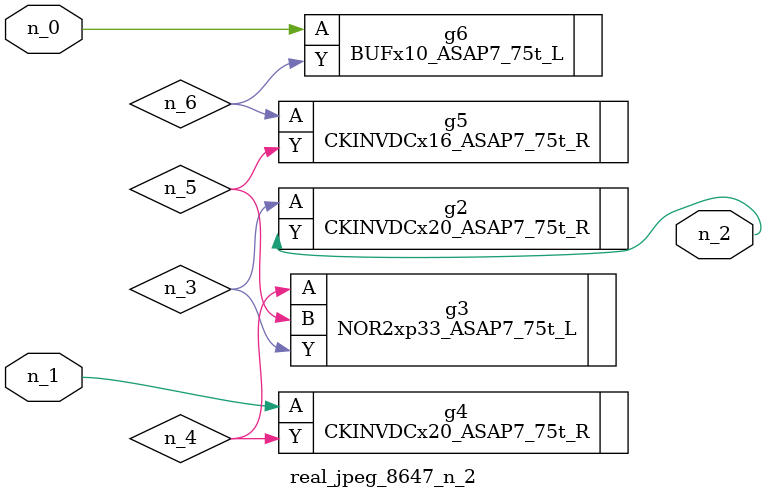
<source format=v>
module real_jpeg_8647_n_2 (n_1, n_0, n_2);

input n_1;
input n_0;

output n_2;

wire n_5;
wire n_4;
wire n_6;
wire n_3;

BUFx10_ASAP7_75t_L g6 ( 
.A(n_0),
.Y(n_6)
);

CKINVDCx20_ASAP7_75t_R g4 ( 
.A(n_1),
.Y(n_4)
);

CKINVDCx20_ASAP7_75t_R g2 ( 
.A(n_3),
.Y(n_2)
);

NOR2xp33_ASAP7_75t_L g3 ( 
.A(n_4),
.B(n_5),
.Y(n_3)
);

CKINVDCx16_ASAP7_75t_R g5 ( 
.A(n_6),
.Y(n_5)
);


endmodule
</source>
